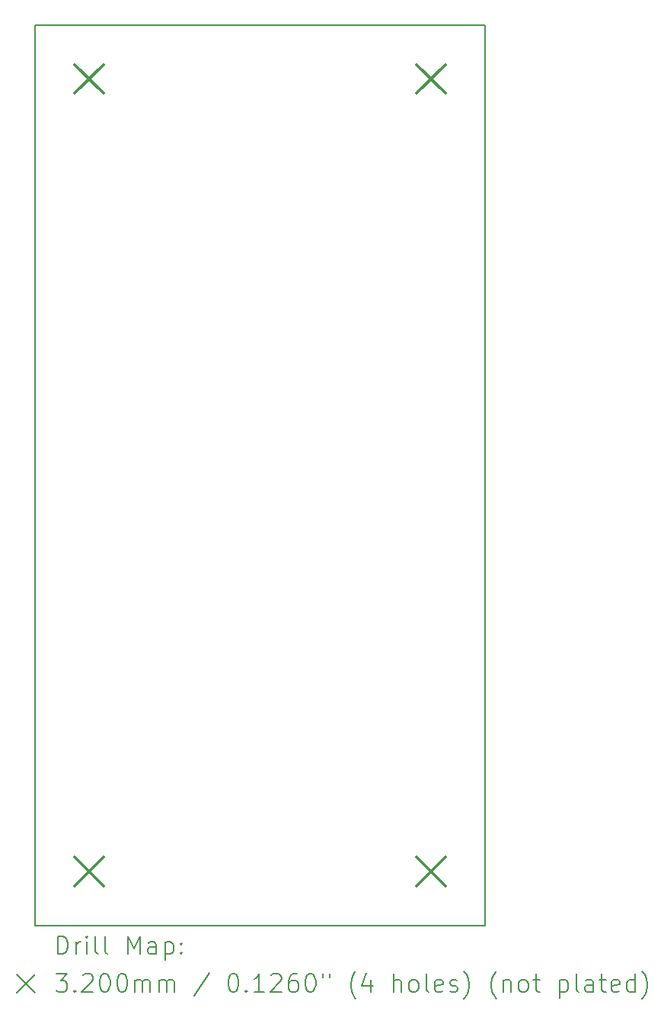
<source format=gbr>
%FSLAX45Y45*%
G04 Gerber Fmt 4.5, Leading zero omitted, Abs format (unit mm)*
G04 Created by KiCad (PCBNEW (6.0.2)) date 2022-03-19 09:05:39*
%MOMM*%
%LPD*%
G01*
G04 APERTURE LIST*
%TA.AperFunction,Profile*%
%ADD10C,0.150000*%
%TD*%
%ADD11C,0.200000*%
%ADD12C,0.320000*%
G04 APERTURE END LIST*
D10*
X6000000Y-5000000D02*
X11000000Y-5000000D01*
X6000000Y-15000000D02*
X6000000Y-5000000D01*
X11000000Y-15000000D02*
X11000000Y-5000000D01*
X6000000Y-15000000D02*
X11000000Y-15000000D01*
D11*
D12*
X6440000Y-5440000D02*
X6760000Y-5760000D01*
X6760000Y-5440000D02*
X6440000Y-5760000D01*
X6440000Y-14240000D02*
X6760000Y-14560000D01*
X6760000Y-14240000D02*
X6440000Y-14560000D01*
X10240000Y-5440000D02*
X10560000Y-5760000D01*
X10560000Y-5440000D02*
X10240000Y-5760000D01*
X10240000Y-14240000D02*
X10560000Y-14560000D01*
X10560000Y-14240000D02*
X10240000Y-14560000D01*
D11*
X6250119Y-15317976D02*
X6250119Y-15117976D01*
X6297738Y-15117976D01*
X6326309Y-15127500D01*
X6345357Y-15146548D01*
X6354881Y-15165595D01*
X6364405Y-15203690D01*
X6364405Y-15232262D01*
X6354881Y-15270357D01*
X6345357Y-15289405D01*
X6326309Y-15308452D01*
X6297738Y-15317976D01*
X6250119Y-15317976D01*
X6450119Y-15317976D02*
X6450119Y-15184643D01*
X6450119Y-15222738D02*
X6459643Y-15203690D01*
X6469167Y-15194167D01*
X6488214Y-15184643D01*
X6507262Y-15184643D01*
X6573928Y-15317976D02*
X6573928Y-15184643D01*
X6573928Y-15117976D02*
X6564405Y-15127500D01*
X6573928Y-15137024D01*
X6583452Y-15127500D01*
X6573928Y-15117976D01*
X6573928Y-15137024D01*
X6697738Y-15317976D02*
X6678690Y-15308452D01*
X6669167Y-15289405D01*
X6669167Y-15117976D01*
X6802500Y-15317976D02*
X6783452Y-15308452D01*
X6773928Y-15289405D01*
X6773928Y-15117976D01*
X7031071Y-15317976D02*
X7031071Y-15117976D01*
X7097738Y-15260833D01*
X7164405Y-15117976D01*
X7164405Y-15317976D01*
X7345357Y-15317976D02*
X7345357Y-15213214D01*
X7335833Y-15194167D01*
X7316786Y-15184643D01*
X7278690Y-15184643D01*
X7259643Y-15194167D01*
X7345357Y-15308452D02*
X7326309Y-15317976D01*
X7278690Y-15317976D01*
X7259643Y-15308452D01*
X7250119Y-15289405D01*
X7250119Y-15270357D01*
X7259643Y-15251309D01*
X7278690Y-15241786D01*
X7326309Y-15241786D01*
X7345357Y-15232262D01*
X7440595Y-15184643D02*
X7440595Y-15384643D01*
X7440595Y-15194167D02*
X7459643Y-15184643D01*
X7497738Y-15184643D01*
X7516786Y-15194167D01*
X7526309Y-15203690D01*
X7535833Y-15222738D01*
X7535833Y-15279881D01*
X7526309Y-15298928D01*
X7516786Y-15308452D01*
X7497738Y-15317976D01*
X7459643Y-15317976D01*
X7440595Y-15308452D01*
X7621548Y-15298928D02*
X7631071Y-15308452D01*
X7621548Y-15317976D01*
X7612024Y-15308452D01*
X7621548Y-15298928D01*
X7621548Y-15317976D01*
X7621548Y-15194167D02*
X7631071Y-15203690D01*
X7621548Y-15213214D01*
X7612024Y-15203690D01*
X7621548Y-15194167D01*
X7621548Y-15213214D01*
X5792500Y-15547500D02*
X5992500Y-15747500D01*
X5992500Y-15547500D02*
X5792500Y-15747500D01*
X6231071Y-15537976D02*
X6354881Y-15537976D01*
X6288214Y-15614167D01*
X6316786Y-15614167D01*
X6335833Y-15623690D01*
X6345357Y-15633214D01*
X6354881Y-15652262D01*
X6354881Y-15699881D01*
X6345357Y-15718928D01*
X6335833Y-15728452D01*
X6316786Y-15737976D01*
X6259643Y-15737976D01*
X6240595Y-15728452D01*
X6231071Y-15718928D01*
X6440595Y-15718928D02*
X6450119Y-15728452D01*
X6440595Y-15737976D01*
X6431071Y-15728452D01*
X6440595Y-15718928D01*
X6440595Y-15737976D01*
X6526309Y-15557024D02*
X6535833Y-15547500D01*
X6554881Y-15537976D01*
X6602500Y-15537976D01*
X6621548Y-15547500D01*
X6631071Y-15557024D01*
X6640595Y-15576071D01*
X6640595Y-15595119D01*
X6631071Y-15623690D01*
X6516786Y-15737976D01*
X6640595Y-15737976D01*
X6764405Y-15537976D02*
X6783452Y-15537976D01*
X6802500Y-15547500D01*
X6812024Y-15557024D01*
X6821548Y-15576071D01*
X6831071Y-15614167D01*
X6831071Y-15661786D01*
X6821548Y-15699881D01*
X6812024Y-15718928D01*
X6802500Y-15728452D01*
X6783452Y-15737976D01*
X6764405Y-15737976D01*
X6745357Y-15728452D01*
X6735833Y-15718928D01*
X6726309Y-15699881D01*
X6716786Y-15661786D01*
X6716786Y-15614167D01*
X6726309Y-15576071D01*
X6735833Y-15557024D01*
X6745357Y-15547500D01*
X6764405Y-15537976D01*
X6954881Y-15537976D02*
X6973928Y-15537976D01*
X6992976Y-15547500D01*
X7002500Y-15557024D01*
X7012024Y-15576071D01*
X7021548Y-15614167D01*
X7021548Y-15661786D01*
X7012024Y-15699881D01*
X7002500Y-15718928D01*
X6992976Y-15728452D01*
X6973928Y-15737976D01*
X6954881Y-15737976D01*
X6935833Y-15728452D01*
X6926309Y-15718928D01*
X6916786Y-15699881D01*
X6907262Y-15661786D01*
X6907262Y-15614167D01*
X6916786Y-15576071D01*
X6926309Y-15557024D01*
X6935833Y-15547500D01*
X6954881Y-15537976D01*
X7107262Y-15737976D02*
X7107262Y-15604643D01*
X7107262Y-15623690D02*
X7116786Y-15614167D01*
X7135833Y-15604643D01*
X7164405Y-15604643D01*
X7183452Y-15614167D01*
X7192976Y-15633214D01*
X7192976Y-15737976D01*
X7192976Y-15633214D02*
X7202500Y-15614167D01*
X7221548Y-15604643D01*
X7250119Y-15604643D01*
X7269167Y-15614167D01*
X7278690Y-15633214D01*
X7278690Y-15737976D01*
X7373928Y-15737976D02*
X7373928Y-15604643D01*
X7373928Y-15623690D02*
X7383452Y-15614167D01*
X7402500Y-15604643D01*
X7431071Y-15604643D01*
X7450119Y-15614167D01*
X7459643Y-15633214D01*
X7459643Y-15737976D01*
X7459643Y-15633214D02*
X7469167Y-15614167D01*
X7488214Y-15604643D01*
X7516786Y-15604643D01*
X7535833Y-15614167D01*
X7545357Y-15633214D01*
X7545357Y-15737976D01*
X7935833Y-15528452D02*
X7764405Y-15785595D01*
X8192976Y-15537976D02*
X8212024Y-15537976D01*
X8231071Y-15547500D01*
X8240595Y-15557024D01*
X8250119Y-15576071D01*
X8259643Y-15614167D01*
X8259643Y-15661786D01*
X8250119Y-15699881D01*
X8240595Y-15718928D01*
X8231071Y-15728452D01*
X8212024Y-15737976D01*
X8192976Y-15737976D01*
X8173928Y-15728452D01*
X8164405Y-15718928D01*
X8154881Y-15699881D01*
X8145357Y-15661786D01*
X8145357Y-15614167D01*
X8154881Y-15576071D01*
X8164405Y-15557024D01*
X8173928Y-15547500D01*
X8192976Y-15537976D01*
X8345357Y-15718928D02*
X8354881Y-15728452D01*
X8345357Y-15737976D01*
X8335833Y-15728452D01*
X8345357Y-15718928D01*
X8345357Y-15737976D01*
X8545357Y-15737976D02*
X8431071Y-15737976D01*
X8488214Y-15737976D02*
X8488214Y-15537976D01*
X8469167Y-15566548D01*
X8450119Y-15585595D01*
X8431071Y-15595119D01*
X8621548Y-15557024D02*
X8631071Y-15547500D01*
X8650119Y-15537976D01*
X8697738Y-15537976D01*
X8716786Y-15547500D01*
X8726310Y-15557024D01*
X8735833Y-15576071D01*
X8735833Y-15595119D01*
X8726310Y-15623690D01*
X8612024Y-15737976D01*
X8735833Y-15737976D01*
X8907262Y-15537976D02*
X8869167Y-15537976D01*
X8850119Y-15547500D01*
X8840595Y-15557024D01*
X8821548Y-15585595D01*
X8812024Y-15623690D01*
X8812024Y-15699881D01*
X8821548Y-15718928D01*
X8831071Y-15728452D01*
X8850119Y-15737976D01*
X8888214Y-15737976D01*
X8907262Y-15728452D01*
X8916786Y-15718928D01*
X8926310Y-15699881D01*
X8926310Y-15652262D01*
X8916786Y-15633214D01*
X8907262Y-15623690D01*
X8888214Y-15614167D01*
X8850119Y-15614167D01*
X8831071Y-15623690D01*
X8821548Y-15633214D01*
X8812024Y-15652262D01*
X9050119Y-15537976D02*
X9069167Y-15537976D01*
X9088214Y-15547500D01*
X9097738Y-15557024D01*
X9107262Y-15576071D01*
X9116786Y-15614167D01*
X9116786Y-15661786D01*
X9107262Y-15699881D01*
X9097738Y-15718928D01*
X9088214Y-15728452D01*
X9069167Y-15737976D01*
X9050119Y-15737976D01*
X9031071Y-15728452D01*
X9021548Y-15718928D01*
X9012024Y-15699881D01*
X9002500Y-15661786D01*
X9002500Y-15614167D01*
X9012024Y-15576071D01*
X9021548Y-15557024D01*
X9031071Y-15547500D01*
X9050119Y-15537976D01*
X9192976Y-15537976D02*
X9192976Y-15576071D01*
X9269167Y-15537976D02*
X9269167Y-15576071D01*
X9564405Y-15814167D02*
X9554881Y-15804643D01*
X9535833Y-15776071D01*
X9526310Y-15757024D01*
X9516786Y-15728452D01*
X9507262Y-15680833D01*
X9507262Y-15642738D01*
X9516786Y-15595119D01*
X9526310Y-15566548D01*
X9535833Y-15547500D01*
X9554881Y-15518928D01*
X9564405Y-15509405D01*
X9726310Y-15604643D02*
X9726310Y-15737976D01*
X9678690Y-15528452D02*
X9631071Y-15671309D01*
X9754881Y-15671309D01*
X9983452Y-15737976D02*
X9983452Y-15537976D01*
X10069167Y-15737976D02*
X10069167Y-15633214D01*
X10059643Y-15614167D01*
X10040595Y-15604643D01*
X10012024Y-15604643D01*
X9992976Y-15614167D01*
X9983452Y-15623690D01*
X10192976Y-15737976D02*
X10173929Y-15728452D01*
X10164405Y-15718928D01*
X10154881Y-15699881D01*
X10154881Y-15642738D01*
X10164405Y-15623690D01*
X10173929Y-15614167D01*
X10192976Y-15604643D01*
X10221548Y-15604643D01*
X10240595Y-15614167D01*
X10250119Y-15623690D01*
X10259643Y-15642738D01*
X10259643Y-15699881D01*
X10250119Y-15718928D01*
X10240595Y-15728452D01*
X10221548Y-15737976D01*
X10192976Y-15737976D01*
X10373929Y-15737976D02*
X10354881Y-15728452D01*
X10345357Y-15709405D01*
X10345357Y-15537976D01*
X10526310Y-15728452D02*
X10507262Y-15737976D01*
X10469167Y-15737976D01*
X10450119Y-15728452D01*
X10440595Y-15709405D01*
X10440595Y-15633214D01*
X10450119Y-15614167D01*
X10469167Y-15604643D01*
X10507262Y-15604643D01*
X10526310Y-15614167D01*
X10535833Y-15633214D01*
X10535833Y-15652262D01*
X10440595Y-15671309D01*
X10612024Y-15728452D02*
X10631071Y-15737976D01*
X10669167Y-15737976D01*
X10688214Y-15728452D01*
X10697738Y-15709405D01*
X10697738Y-15699881D01*
X10688214Y-15680833D01*
X10669167Y-15671309D01*
X10640595Y-15671309D01*
X10621548Y-15661786D01*
X10612024Y-15642738D01*
X10612024Y-15633214D01*
X10621548Y-15614167D01*
X10640595Y-15604643D01*
X10669167Y-15604643D01*
X10688214Y-15614167D01*
X10764405Y-15814167D02*
X10773929Y-15804643D01*
X10792976Y-15776071D01*
X10802500Y-15757024D01*
X10812024Y-15728452D01*
X10821548Y-15680833D01*
X10821548Y-15642738D01*
X10812024Y-15595119D01*
X10802500Y-15566548D01*
X10792976Y-15547500D01*
X10773929Y-15518928D01*
X10764405Y-15509405D01*
X11126310Y-15814167D02*
X11116786Y-15804643D01*
X11097738Y-15776071D01*
X11088214Y-15757024D01*
X11078690Y-15728452D01*
X11069167Y-15680833D01*
X11069167Y-15642738D01*
X11078690Y-15595119D01*
X11088214Y-15566548D01*
X11097738Y-15547500D01*
X11116786Y-15518928D01*
X11126310Y-15509405D01*
X11202500Y-15604643D02*
X11202500Y-15737976D01*
X11202500Y-15623690D02*
X11212024Y-15614167D01*
X11231071Y-15604643D01*
X11259643Y-15604643D01*
X11278690Y-15614167D01*
X11288214Y-15633214D01*
X11288214Y-15737976D01*
X11412024Y-15737976D02*
X11392976Y-15728452D01*
X11383452Y-15718928D01*
X11373928Y-15699881D01*
X11373928Y-15642738D01*
X11383452Y-15623690D01*
X11392976Y-15614167D01*
X11412024Y-15604643D01*
X11440595Y-15604643D01*
X11459643Y-15614167D01*
X11469167Y-15623690D01*
X11478690Y-15642738D01*
X11478690Y-15699881D01*
X11469167Y-15718928D01*
X11459643Y-15728452D01*
X11440595Y-15737976D01*
X11412024Y-15737976D01*
X11535833Y-15604643D02*
X11612024Y-15604643D01*
X11564405Y-15537976D02*
X11564405Y-15709405D01*
X11573928Y-15728452D01*
X11592976Y-15737976D01*
X11612024Y-15737976D01*
X11831071Y-15604643D02*
X11831071Y-15804643D01*
X11831071Y-15614167D02*
X11850119Y-15604643D01*
X11888214Y-15604643D01*
X11907262Y-15614167D01*
X11916786Y-15623690D01*
X11926309Y-15642738D01*
X11926309Y-15699881D01*
X11916786Y-15718928D01*
X11907262Y-15728452D01*
X11888214Y-15737976D01*
X11850119Y-15737976D01*
X11831071Y-15728452D01*
X12040595Y-15737976D02*
X12021548Y-15728452D01*
X12012024Y-15709405D01*
X12012024Y-15537976D01*
X12202500Y-15737976D02*
X12202500Y-15633214D01*
X12192976Y-15614167D01*
X12173928Y-15604643D01*
X12135833Y-15604643D01*
X12116786Y-15614167D01*
X12202500Y-15728452D02*
X12183452Y-15737976D01*
X12135833Y-15737976D01*
X12116786Y-15728452D01*
X12107262Y-15709405D01*
X12107262Y-15690357D01*
X12116786Y-15671309D01*
X12135833Y-15661786D01*
X12183452Y-15661786D01*
X12202500Y-15652262D01*
X12269167Y-15604643D02*
X12345357Y-15604643D01*
X12297738Y-15537976D02*
X12297738Y-15709405D01*
X12307262Y-15728452D01*
X12326309Y-15737976D01*
X12345357Y-15737976D01*
X12488214Y-15728452D02*
X12469167Y-15737976D01*
X12431071Y-15737976D01*
X12412024Y-15728452D01*
X12402500Y-15709405D01*
X12402500Y-15633214D01*
X12412024Y-15614167D01*
X12431071Y-15604643D01*
X12469167Y-15604643D01*
X12488214Y-15614167D01*
X12497738Y-15633214D01*
X12497738Y-15652262D01*
X12402500Y-15671309D01*
X12669167Y-15737976D02*
X12669167Y-15537976D01*
X12669167Y-15728452D02*
X12650119Y-15737976D01*
X12612024Y-15737976D01*
X12592976Y-15728452D01*
X12583452Y-15718928D01*
X12573928Y-15699881D01*
X12573928Y-15642738D01*
X12583452Y-15623690D01*
X12592976Y-15614167D01*
X12612024Y-15604643D01*
X12650119Y-15604643D01*
X12669167Y-15614167D01*
X12745357Y-15814167D02*
X12754881Y-15804643D01*
X12773928Y-15776071D01*
X12783452Y-15757024D01*
X12792976Y-15728452D01*
X12802500Y-15680833D01*
X12802500Y-15642738D01*
X12792976Y-15595119D01*
X12783452Y-15566548D01*
X12773928Y-15547500D01*
X12754881Y-15518928D01*
X12745357Y-15509405D01*
M02*

</source>
